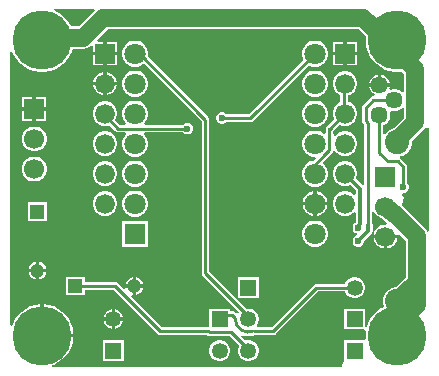
<source format=gtl>
G04*
G04 #@! TF.GenerationSoftware,Altium Limited,Altium Designer,25.8.1 (18)*
G04*
G04 Layer_Physical_Order=1*
G04 Layer_Color=255*
%FSLAX44Y44*%
%MOMM*%
G71*
G04*
G04 #@! TF.SameCoordinates,591AE639-5F93-457D-9E92-AC6843792E89*
G04*
G04*
G04 #@! TF.FilePolarity,Positive*
G04*
G01*
G75*
%ADD13C,0.2540*%
%ADD14C,1.7000*%
%ADD15R,1.7000X1.7000*%
%ADD19C,1.4500*%
%ADD23C,1.2000*%
%ADD27R,1.2000X1.2000*%
%ADD29R,1.2000X1.2000*%
%ADD31C,0.3048*%
%ADD32C,1.5000*%
%ADD33R,1.6800X1.6800*%
%ADD34C,1.6800*%
%ADD35C,1.8000*%
%ADD36C,1.3500*%
%ADD37C,5.0000*%
%ADD38C,2.0500*%
%ADD39R,1.3500X1.3500*%
%ADD40R,1.8000X1.8000*%
%ADD41C,0.6000*%
G36*
X71268Y302006D02*
X57790Y288528D01*
X51028D01*
X49763Y291011D01*
X47264Y294449D01*
X44259Y297454D01*
X40821Y299953D01*
X37034Y301882D01*
X36652Y302006D01*
X36894Y303530D01*
X70637D01*
X71268Y302006D01*
D02*
G37*
G36*
X300870Y280312D02*
X300660Y278985D01*
Y274735D01*
X301325Y270537D01*
X302638Y266496D01*
X304568Y262709D01*
X307066Y259271D01*
X310071Y256266D01*
X313509Y253768D01*
X317296Y251838D01*
X321338Y250525D01*
X325535Y249860D01*
X329785D01*
X331385Y250113D01*
X333336Y248162D01*
Y233081D01*
X331812Y232449D01*
X330800Y233462D01*
X328690Y234680D01*
X326338Y235310D01*
X323902D01*
X321939Y234784D01*
X321871Y234813D01*
X321026Y235543D01*
X320760Y235983D01*
X321095Y237236D01*
X312420D01*
X303745D01*
X304244Y235373D01*
X305399Y233373D01*
X307033Y231739D01*
X308455Y230918D01*
X308046Y229394D01*
X307340D01*
X306064Y229140D01*
X304982Y228417D01*
X298494Y221929D01*
X297772Y220848D01*
X297518Y219572D01*
Y208568D01*
X297772Y207292D01*
X298494Y206211D01*
X299673Y205032D01*
Y154541D01*
X299407Y154344D01*
X298149Y153972D01*
X292683Y159438D01*
X292901Y159816D01*
X293610Y162461D01*
Y165199D01*
X292901Y167844D01*
X291532Y170216D01*
X289596Y172152D01*
X287224Y173521D01*
X284579Y174230D01*
X281841D01*
X279196Y173521D01*
X276824Y172152D01*
X274888Y170216D01*
X273519Y167844D01*
X272810Y165199D01*
Y162461D01*
X273519Y159816D01*
X274888Y157444D01*
X276824Y155508D01*
X279196Y154139D01*
X281841Y153430D01*
X284579D01*
X287224Y154139D01*
X287602Y154357D01*
X292335Y149624D01*
Y146168D01*
X290811Y145537D01*
X289596Y146752D01*
X287224Y148121D01*
X284579Y148830D01*
X281841D01*
X279196Y148121D01*
X276824Y146752D01*
X274888Y144816D01*
X273519Y142444D01*
X272810Y139799D01*
Y137061D01*
X273519Y134416D01*
X274888Y132044D01*
X276824Y130108D01*
X279196Y128739D01*
X281841Y128030D01*
X284579D01*
X287224Y128739D01*
X289596Y130108D01*
X290811Y131323D01*
X292335Y130692D01*
Y122696D01*
X292216Y122518D01*
X291808Y122349D01*
X290401Y120942D01*
X289640Y119105D01*
Y117115D01*
X290401Y115278D01*
X291808Y113871D01*
X293645Y113110D01*
Y111680D01*
X291808Y110919D01*
X290401Y109512D01*
X289640Y107675D01*
Y105685D01*
X290401Y103848D01*
X291808Y102441D01*
X293645Y101680D01*
X295635D01*
X297472Y102441D01*
X298879Y103848D01*
X299640Y105685D01*
Y106599D01*
X305548Y112507D01*
X306327Y113672D01*
X306600Y115047D01*
Y120364D01*
X306341Y121666D01*
Y131315D01*
X306879Y131519D01*
X307866Y131578D01*
X309098Y129443D01*
X311053Y127488D01*
X313447Y126106D01*
X314578Y125803D01*
X317618Y122762D01*
X318562Y122038D01*
X318045Y120514D01*
X316180D01*
X313631Y119831D01*
X311345Y118511D01*
X309479Y116645D01*
X308159Y114359D01*
X307531Y112014D01*
X327976D01*
X328931Y112446D01*
X334588Y106789D01*
Y76079D01*
X326359Y67850D01*
X326047D01*
X322932Y67015D01*
X320138Y65402D01*
X317858Y63122D01*
X316245Y60328D01*
X315410Y57213D01*
Y53987D01*
X316178Y51122D01*
X313509Y49763D01*
X310071Y47264D01*
X307066Y44259D01*
X304568Y40821D01*
X302638Y37034D01*
X301654Y34006D01*
X300130Y34247D01*
Y49390D01*
X282630D01*
Y31890D01*
X299607D01*
X300963Y30711D01*
X300660Y28795D01*
Y24545D01*
X300748Y23988D01*
X299406Y22720D01*
X282630D01*
Y5220D01*
X281582Y4172D01*
X280670Y0D01*
X35353D01*
X35112Y1524D01*
X36852Y2089D01*
X40572Y3985D01*
X43949Y6439D01*
X46901Y9391D01*
X49355Y12768D01*
X51251Y16488D01*
X52541Y20459D01*
X53194Y24583D01*
Y25146D01*
X26670D01*
Y26670D01*
X25146D01*
Y53194D01*
X24583D01*
X20459Y52541D01*
X16488Y51251D01*
X12768Y49355D01*
X9391Y46901D01*
X6439Y43949D01*
X3985Y40572D01*
X2089Y36852D01*
X1524Y35112D01*
X0Y35353D01*
Y266636D01*
X1524Y266878D01*
X1648Y266496D01*
X3577Y262709D01*
X6076Y259271D01*
X9081Y256266D01*
X12519Y253768D01*
X16306Y251838D01*
X20347Y250525D01*
X24545Y249860D01*
X28795D01*
X32992Y250525D01*
X37034Y251838D01*
X40821Y253768D01*
X44259Y256266D01*
X47264Y259271D01*
X49763Y262709D01*
X51692Y266496D01*
X52624Y269364D01*
X61759D01*
X64239Y269691D01*
X66550Y270648D01*
X68534Y272171D01*
X68678Y272314D01*
X70086Y271731D01*
Y266954D01*
X78486D01*
Y275354D01*
X73709D01*
X73126Y276762D01*
X82682Y286318D01*
X294864D01*
X300870Y280312D01*
D02*
G37*
G36*
X333336Y219039D02*
Y211215D01*
X324440Y202319D01*
X322932Y201915D01*
X320138Y200302D01*
X317858Y198022D01*
X317278Y197018D01*
X315754Y197426D01*
Y204677D01*
X315990Y204740D01*
X318100Y205958D01*
X319822Y207680D01*
X321040Y209790D01*
X321670Y212142D01*
Y214578D01*
X321308Y215927D01*
X322553Y217172D01*
X323902Y216810D01*
X326338D01*
X328690Y217440D01*
X330800Y218658D01*
X331812Y219671D01*
X333336Y219039D01*
D02*
G37*
G36*
X354330Y115036D02*
X352865Y114592D01*
X352468Y115549D01*
X350946Y117533D01*
X332441Y136038D01*
X331470Y137160D01*
X333476Y143724D01*
X331208Y145992D01*
X331532Y146841D01*
X331956Y147400D01*
X333735D01*
X335572Y148161D01*
X336979Y149568D01*
X337740Y151405D01*
Y153395D01*
X336979Y155232D01*
X336074Y156137D01*
Y169157D01*
X335820Y170432D01*
X335098Y171514D01*
X330146Y176465D01*
X329675Y176780D01*
X329948Y178431D01*
X332388Y179085D01*
X335182Y180698D01*
X337462Y182978D01*
X339075Y185772D01*
X339910Y188887D01*
Y190687D01*
X349693Y200471D01*
X351216Y202455D01*
X354330D01*
Y115036D01*
D02*
G37*
%LPC*%
G36*
X293134Y275354D02*
X284734D01*
Y266954D01*
X293134D01*
Y275354D01*
D02*
G37*
G36*
X281686D02*
X273286D01*
Y266954D01*
X281686D01*
Y275354D01*
D02*
G37*
G36*
X89934D02*
X81534D01*
Y266954D01*
X89934D01*
Y275354D01*
D02*
G37*
G36*
X293134Y263906D02*
X284734D01*
Y255506D01*
X293134D01*
Y263906D01*
D02*
G37*
G36*
X281686D02*
X273286D01*
Y255506D01*
X281686D01*
Y263906D01*
D02*
G37*
G36*
X89934D02*
X81534D01*
Y255506D01*
X89934D01*
Y263906D01*
D02*
G37*
G36*
X78486D02*
X70086D01*
Y255506D01*
X78486D01*
Y263906D01*
D02*
G37*
G36*
X259258Y276430D02*
X256362D01*
X253564Y275680D01*
X251056Y274232D01*
X249008Y272184D01*
X247560Y269676D01*
X246810Y266878D01*
Y263982D01*
X247560Y261184D01*
X248032Y260367D01*
X201819Y214154D01*
X182807D01*
X181902Y215059D01*
X180065Y215820D01*
X178075D01*
X176238Y215059D01*
X174831Y213652D01*
X174070Y211815D01*
Y209825D01*
X174831Y207988D01*
X176238Y206581D01*
X178075Y205820D01*
X180065D01*
X181902Y206581D01*
X182807Y207486D01*
X203200D01*
X204476Y207740D01*
X205557Y208463D01*
X252747Y255652D01*
X253564Y255180D01*
X256362Y254430D01*
X259258D01*
X262056Y255180D01*
X264564Y256628D01*
X266612Y258676D01*
X268060Y261184D01*
X268810Y263982D01*
Y266878D01*
X268060Y269676D01*
X266612Y272184D01*
X264564Y274232D01*
X262056Y275680D01*
X259258Y276430D01*
D02*
G37*
G36*
X81534Y249896D02*
Y241554D01*
X89876D01*
X89258Y243860D01*
X87951Y246124D01*
X86103Y247971D01*
X83841Y249278D01*
X81534Y249896D01*
D02*
G37*
G36*
X78486D02*
X76179Y249278D01*
X73917Y247971D01*
X72069Y246124D01*
X70762Y243860D01*
X70144Y241554D01*
X78486D01*
Y249896D01*
D02*
G37*
G36*
X313944Y247435D02*
Y240284D01*
X321095D01*
X320596Y242147D01*
X319441Y244147D01*
X317807Y245781D01*
X315807Y246936D01*
X313944Y247435D01*
D02*
G37*
G36*
X310896D02*
X309033Y246936D01*
X307033Y245781D01*
X305399Y244147D01*
X304244Y242147D01*
X303745Y240284D01*
X310896D01*
Y247435D01*
D02*
G37*
G36*
X89876Y238506D02*
X81534D01*
Y230164D01*
X83841Y230782D01*
X86103Y232089D01*
X87951Y233937D01*
X89258Y236199D01*
X89876Y238506D01*
D02*
G37*
G36*
X78486D02*
X70144D01*
X70762Y236199D01*
X72069Y233937D01*
X73917Y232089D01*
X76179Y230782D01*
X78486Y230164D01*
Y238506D01*
D02*
G37*
G36*
X259258Y251030D02*
X256362D01*
X253564Y250280D01*
X251056Y248832D01*
X249008Y246784D01*
X247560Y244276D01*
X246810Y241478D01*
Y238582D01*
X247560Y235784D01*
X249008Y233276D01*
X251056Y231228D01*
X253564Y229780D01*
X256362Y229030D01*
X259258D01*
X262056Y229780D01*
X264564Y231228D01*
X266612Y233276D01*
X268060Y235784D01*
X268810Y238582D01*
Y241478D01*
X268060Y244276D01*
X266612Y246784D01*
X264564Y248832D01*
X262056Y250280D01*
X259258Y251030D01*
D02*
G37*
G36*
X106858D02*
X103962D01*
X101164Y250280D01*
X98656Y248832D01*
X96608Y246784D01*
X95160Y244276D01*
X94410Y241478D01*
Y238582D01*
X95160Y235784D01*
X96608Y233276D01*
X98656Y231228D01*
X101164Y229780D01*
X103962Y229030D01*
X106858D01*
X109656Y229780D01*
X112164Y231228D01*
X114212Y233276D01*
X115660Y235784D01*
X116410Y238582D01*
Y241478D01*
X115660Y244276D01*
X114212Y246784D01*
X112164Y248832D01*
X109656Y250280D01*
X106858Y251030D01*
D02*
G37*
G36*
X30174Y228664D02*
X21674D01*
Y220164D01*
X30174D01*
Y228664D01*
D02*
G37*
G36*
X18626D02*
X10126D01*
Y220164D01*
X18626D01*
Y228664D01*
D02*
G37*
G36*
X30174Y217116D02*
X21674D01*
Y208616D01*
X30174D01*
Y217116D01*
D02*
G37*
G36*
X18626D02*
X10126D01*
Y208616D01*
X18626D01*
Y217116D01*
D02*
G37*
G36*
X106858Y225630D02*
X103962D01*
X101164Y224880D01*
X98656Y223432D01*
X96608Y221384D01*
X95160Y218876D01*
X94410Y216078D01*
Y213182D01*
X95160Y210384D01*
X96608Y207876D01*
X97696Y206788D01*
X97064Y205264D01*
X92521D01*
X88774Y209011D01*
X89701Y210616D01*
X90410Y213261D01*
Y215999D01*
X89701Y218644D01*
X88332Y221016D01*
X86396Y222952D01*
X84024Y224321D01*
X81379Y225030D01*
X78641D01*
X75996Y224321D01*
X73624Y222952D01*
X71688Y221016D01*
X70319Y218644D01*
X69610Y215999D01*
Y213261D01*
X70319Y210616D01*
X71688Y208244D01*
X73624Y206308D01*
X75996Y204939D01*
X78641Y204230D01*
X81379D01*
X83545Y204810D01*
X88783Y199573D01*
X89864Y198850D01*
X91140Y198596D01*
X97064D01*
X97696Y197072D01*
X96608Y195984D01*
X95160Y193476D01*
X94410Y190678D01*
Y187782D01*
X95160Y184984D01*
X96608Y182476D01*
X98656Y180428D01*
X101164Y178980D01*
X103962Y178230D01*
X106858D01*
X109656Y178980D01*
X112164Y180428D01*
X114212Y182476D01*
X115660Y184984D01*
X116410Y187782D01*
Y190678D01*
X115660Y193476D01*
X114212Y195984D01*
X113124Y197072D01*
X113756Y198596D01*
X146123D01*
X147028Y197691D01*
X148865Y196930D01*
X150855D01*
X152692Y197691D01*
X154099Y199098D01*
X154860Y200935D01*
Y202925D01*
X154099Y204762D01*
X152692Y206169D01*
X150855Y206930D01*
X148865D01*
X147028Y206169D01*
X146123Y205264D01*
X113756D01*
X113124Y206788D01*
X114212Y207876D01*
X115660Y210384D01*
X116410Y213182D01*
Y216078D01*
X115660Y218876D01*
X114212Y221384D01*
X112164Y223432D01*
X109656Y224880D01*
X106858Y225630D01*
D02*
G37*
G36*
X284579Y250430D02*
X281841D01*
X279196Y249721D01*
X276824Y248352D01*
X274888Y246416D01*
X273519Y244044D01*
X272810Y241399D01*
Y238661D01*
X273519Y236016D01*
X274888Y233644D01*
X276824Y231708D01*
X279066Y230414D01*
Y224246D01*
X276824Y222952D01*
X274888Y221016D01*
X273519Y218644D01*
X272810Y215999D01*
Y213261D01*
X273519Y210616D01*
X273853Y210038D01*
X267809Y203994D01*
X267809Y203994D01*
X267190Y203067D01*
X267086Y202912D01*
X266842Y201684D01*
Y201684D01*
X266832Y201636D01*
X266840Y201597D01*
X266813Y200163D01*
X266769Y198832D01*
X266798Y197953D01*
X265295Y197302D01*
X264564Y198032D01*
X262056Y199480D01*
X259258Y200230D01*
X256362D01*
X253564Y199480D01*
X251056Y198032D01*
X249008Y195984D01*
X247560Y193476D01*
X246810Y190678D01*
Y187782D01*
X247560Y184984D01*
X249008Y182476D01*
X251056Y180428D01*
X253564Y178980D01*
X256362Y178230D01*
X257695D01*
X258326Y176706D01*
X256450Y174830D01*
X256362D01*
X253564Y174080D01*
X251056Y172632D01*
X249008Y170584D01*
X247560Y168076D01*
X246810Y165278D01*
Y162382D01*
X247560Y159584D01*
X249008Y157076D01*
X251056Y155028D01*
X253564Y153580D01*
X256362Y152830D01*
X259258D01*
X262056Y153580D01*
X264564Y155028D01*
X266612Y157076D01*
X268060Y159584D01*
X268810Y162382D01*
Y165278D01*
X268060Y168076D01*
X266612Y170584D01*
X264564Y172632D01*
X264461Y173412D01*
X267848Y176798D01*
X267997Y176947D01*
X268103Y177051D01*
X269055Y177985D01*
X269058Y177989D01*
X269049Y177997D01*
X270032Y178980D01*
X272406Y181356D01*
X272765Y181894D01*
X273128Y182437D01*
X273128Y182437D01*
X273128Y182438D01*
X273188Y182740D01*
X274001Y183037D01*
X274832Y182942D01*
X274888Y182844D01*
X276824Y180908D01*
X279196Y179539D01*
X281841Y178830D01*
X284579D01*
X287224Y179539D01*
X289596Y180908D01*
X291532Y182844D01*
X292901Y185216D01*
X293610Y187861D01*
Y190599D01*
X292901Y193244D01*
X291532Y195616D01*
X289596Y197552D01*
X287224Y198921D01*
X284579Y199630D01*
X281841D01*
X279196Y198921D01*
X276824Y197552D01*
X275054Y195782D01*
X273522Y195996D01*
X273420Y198832D01*
X273470Y200225D01*
X278554Y205309D01*
X279196Y204939D01*
X281841Y204230D01*
X284579D01*
X287224Y204939D01*
X289596Y206308D01*
X291532Y208244D01*
X292901Y210616D01*
X293610Y213261D01*
Y215999D01*
X292901Y218644D01*
X291532Y221016D01*
X289596Y222952D01*
X287224Y224321D01*
X285734Y224720D01*
Y229939D01*
X287224Y230339D01*
X289596Y231708D01*
X291532Y233644D01*
X292901Y236016D01*
X293610Y238661D01*
Y241399D01*
X292901Y244044D01*
X291532Y246416D01*
X289596Y248352D01*
X287224Y249721D01*
X284579Y250430D01*
D02*
G37*
G36*
X259258Y225630D02*
X256362D01*
X253564Y224880D01*
X251056Y223432D01*
X249008Y221384D01*
X247560Y218876D01*
X246810Y216078D01*
Y213182D01*
X247560Y210384D01*
X249008Y207876D01*
X251056Y205828D01*
X253564Y204380D01*
X256362Y203630D01*
X259258D01*
X262056Y204380D01*
X264564Y205828D01*
X266612Y207876D01*
X268060Y210384D01*
X268810Y213182D01*
Y216078D01*
X268060Y218876D01*
X266612Y221384D01*
X264564Y223432D01*
X262056Y224880D01*
X259258Y225630D01*
D02*
G37*
G36*
X21532Y203640D02*
X18768D01*
X16097Y202924D01*
X13703Y201542D01*
X11748Y199587D01*
X10366Y197193D01*
X9650Y194522D01*
Y191758D01*
X10366Y189087D01*
X11748Y186693D01*
X13703Y184738D01*
X16097Y183356D01*
X18768Y182640D01*
X21532D01*
X24203Y183356D01*
X26597Y184738D01*
X28552Y186693D01*
X29934Y189087D01*
X30650Y191758D01*
Y194522D01*
X29934Y197193D01*
X28552Y199587D01*
X26597Y201542D01*
X24203Y202924D01*
X21532Y203640D01*
D02*
G37*
G36*
X81379Y199630D02*
X78641D01*
X75996Y198921D01*
X73624Y197552D01*
X71688Y195616D01*
X70319Y193244D01*
X69610Y190599D01*
Y187861D01*
X70319Y185216D01*
X71688Y182844D01*
X73624Y180908D01*
X75996Y179539D01*
X78641Y178830D01*
X81379D01*
X84024Y179539D01*
X86396Y180908D01*
X88332Y182844D01*
X89701Y185216D01*
X90410Y187861D01*
Y190599D01*
X89701Y193244D01*
X88332Y195616D01*
X86396Y197552D01*
X84024Y198921D01*
X81379Y199630D01*
D02*
G37*
G36*
X21532Y178140D02*
X18768D01*
X16097Y177424D01*
X13703Y176042D01*
X11748Y174087D01*
X10366Y171693D01*
X9650Y169022D01*
Y166258D01*
X10366Y163587D01*
X11748Y161193D01*
X13703Y159238D01*
X16097Y157856D01*
X18768Y157140D01*
X21532D01*
X24203Y157856D01*
X26597Y159238D01*
X28552Y161193D01*
X29934Y163587D01*
X30650Y166258D01*
Y169022D01*
X29934Y171693D01*
X28552Y174087D01*
X26597Y176042D01*
X24203Y177424D01*
X21532Y178140D01*
D02*
G37*
G36*
X81379Y174230D02*
X78641D01*
X75996Y173521D01*
X73624Y172152D01*
X71688Y170216D01*
X70319Y167844D01*
X69610Y165199D01*
Y162461D01*
X70319Y159816D01*
X71688Y157444D01*
X73624Y155508D01*
X75996Y154139D01*
X78641Y153430D01*
X81379D01*
X84024Y154139D01*
X86396Y155508D01*
X88332Y157444D01*
X89701Y159816D01*
X90410Y162461D01*
Y165199D01*
X89701Y167844D01*
X88332Y170216D01*
X86396Y172152D01*
X84024Y173521D01*
X81379Y174230D01*
D02*
G37*
G36*
X106858Y174830D02*
X103962D01*
X101164Y174080D01*
X98656Y172632D01*
X96608Y170584D01*
X95160Y168076D01*
X94410Y165278D01*
Y162382D01*
X95160Y159584D01*
X96608Y157076D01*
X98656Y155028D01*
X101164Y153580D01*
X103962Y152830D01*
X106858D01*
X109656Y153580D01*
X112164Y155028D01*
X114212Y157076D01*
X115660Y159584D01*
X116410Y162382D01*
Y165278D01*
X115660Y168076D01*
X114212Y170584D01*
X112164Y172632D01*
X109656Y174080D01*
X106858Y174830D01*
D02*
G37*
G36*
X259334Y148917D02*
Y139954D01*
X268297D01*
X267617Y142492D01*
X266231Y144892D01*
X264272Y146851D01*
X261872Y148237D01*
X259334Y148917D01*
D02*
G37*
G36*
X256286D02*
X253748Y148237D01*
X251348Y146851D01*
X249389Y144892D01*
X248003Y142492D01*
X247323Y139954D01*
X256286D01*
Y148917D01*
D02*
G37*
G36*
X81379Y148830D02*
X78641D01*
X75996Y148121D01*
X73624Y146752D01*
X71688Y144816D01*
X70319Y142444D01*
X69610Y139799D01*
Y137061D01*
X70319Y134416D01*
X71688Y132044D01*
X73624Y130108D01*
X75996Y128739D01*
X78641Y128030D01*
X81379D01*
X84024Y128739D01*
X86396Y130108D01*
X88332Y132044D01*
X89701Y134416D01*
X90410Y137061D01*
Y139799D01*
X89701Y142444D01*
X88332Y144816D01*
X86396Y146752D01*
X84024Y148121D01*
X81379Y148830D01*
D02*
G37*
G36*
X268297Y136906D02*
X259334D01*
Y127943D01*
X261872Y128623D01*
X264272Y130009D01*
X266231Y131968D01*
X267617Y134368D01*
X268297Y136906D01*
D02*
G37*
G36*
X256286D02*
X247323D01*
X248003Y134368D01*
X249389Y131968D01*
X251348Y130009D01*
X253748Y128623D01*
X256286Y127943D01*
Y136906D01*
D02*
G37*
G36*
X106858Y149430D02*
X103962D01*
X101164Y148680D01*
X98656Y147232D01*
X96608Y145184D01*
X95160Y142676D01*
X94410Y139878D01*
Y136982D01*
X95160Y134184D01*
X96608Y131676D01*
X98656Y129628D01*
X101164Y128180D01*
X103962Y127430D01*
X106858D01*
X109656Y128180D01*
X112164Y129628D01*
X114212Y131676D01*
X115660Y134184D01*
X116410Y136982D01*
Y139878D01*
X115660Y142676D01*
X114212Y145184D01*
X112164Y147232D01*
X109656Y148680D01*
X106858Y149430D01*
D02*
G37*
G36*
X30860Y139680D02*
X14860D01*
Y123680D01*
X30860D01*
Y139680D01*
D02*
G37*
G36*
X259258Y124030D02*
X256362D01*
X253564Y123280D01*
X251056Y121832D01*
X249008Y119784D01*
X247560Y117276D01*
X246810Y114478D01*
Y111582D01*
X247560Y108784D01*
X249008Y106276D01*
X251056Y104228D01*
X253564Y102780D01*
X256362Y102030D01*
X259258D01*
X262056Y102780D01*
X264564Y104228D01*
X266612Y106276D01*
X268060Y108784D01*
X268810Y111582D01*
Y114478D01*
X268060Y117276D01*
X266612Y119784D01*
X264564Y121832D01*
X262056Y123280D01*
X259258Y124030D01*
D02*
G37*
G36*
X116410D02*
X94410D01*
Y102030D01*
X116410D01*
Y124030D01*
D02*
G37*
G36*
X327469Y108966D02*
X319024D01*
Y100521D01*
X321369Y101149D01*
X323655Y102469D01*
X325521Y104335D01*
X326841Y106621D01*
X327469Y108966D01*
D02*
G37*
G36*
X315976D02*
X307531D01*
X308159Y106621D01*
X309479Y104335D01*
X311345Y102469D01*
X313631Y101149D01*
X315976Y100521D01*
Y108966D01*
D02*
G37*
G36*
X24384Y89061D02*
Y83204D01*
X30241D01*
X29871Y84584D01*
X28881Y86300D01*
X27480Y87701D01*
X25764Y88691D01*
X24384Y89061D01*
D02*
G37*
G36*
X21336D02*
X19956Y88691D01*
X18240Y87701D01*
X16839Y86300D01*
X15849Y84584D01*
X15479Y83204D01*
X21336D01*
Y89061D01*
D02*
G37*
G36*
X30241Y80156D02*
X24384D01*
Y74299D01*
X25764Y74669D01*
X27480Y75659D01*
X28881Y77060D01*
X29871Y78776D01*
X30241Y80156D01*
D02*
G37*
G36*
X21336D02*
X15479D01*
X15849Y78776D01*
X16839Y77060D01*
X18240Y75659D01*
X19956Y74669D01*
X21336Y74299D01*
Y80156D01*
D02*
G37*
G36*
X106534Y75961D02*
Y70104D01*
X112391D01*
X112021Y71484D01*
X111031Y73200D01*
X109630Y74601D01*
X107914Y75591D01*
X106534Y75961D01*
D02*
G37*
G36*
X103486D02*
X102106Y75591D01*
X100390Y74601D01*
X98989Y73200D01*
X97999Y71484D01*
X97629Y70104D01*
X103486D01*
Y75961D01*
D02*
G37*
G36*
X112391Y67056D02*
X106534D01*
Y61199D01*
X107914Y61569D01*
X109630Y62559D01*
X111031Y63960D01*
X112021Y65676D01*
X112391Y67056D01*
D02*
G37*
G36*
X106858Y276430D02*
X103962D01*
X101164Y275680D01*
X98656Y274232D01*
X96608Y272184D01*
X95160Y269676D01*
X94410Y266878D01*
Y263982D01*
X95160Y261184D01*
X96608Y258676D01*
X98656Y256628D01*
X101164Y255180D01*
X103962Y254430D01*
X106858D01*
X109656Y255180D01*
X112164Y256628D01*
X112736Y257199D01*
X161766Y208169D01*
Y79460D01*
X162020Y78184D01*
X162743Y77102D01*
X193321Y46524D01*
X193072Y45826D01*
X191329Y45476D01*
X189998Y46807D01*
X189998Y46807D01*
X188916Y47530D01*
X187640Y47784D01*
X185830D01*
Y49390D01*
X168330D01*
Y34386D01*
X167633Y33814D01*
X128381D01*
X102240Y59955D01*
X103029Y61321D01*
X103486Y61199D01*
Y67056D01*
X97629D01*
X97751Y66599D01*
X96385Y65810D01*
X91257Y70938D01*
X90176Y71660D01*
X88900Y71914D01*
X63010D01*
Y76580D01*
X47010D01*
Y60580D01*
X63010D01*
Y65246D01*
X87519D01*
X124642Y28122D01*
X125724Y27400D01*
X127000Y27146D01*
X166287D01*
X167266Y26492D01*
X168541Y26238D01*
X185667D01*
X193714Y18191D01*
X193226Y17347D01*
X192630Y15122D01*
Y12818D01*
X193226Y10593D01*
X194378Y8597D01*
X196007Y6968D01*
X198003Y5816D01*
X200228Y5220D01*
X202532D01*
X204757Y5816D01*
X206753Y6968D01*
X208382Y8597D01*
X209534Y10593D01*
X210130Y12818D01*
Y15122D01*
X209534Y17347D01*
X208382Y19343D01*
X206753Y20972D01*
X204757Y22124D01*
X202532Y22720D01*
X200228D01*
X198956Y22379D01*
X195378Y25957D01*
X196241Y27249D01*
X197637Y26671D01*
X201380Y26178D01*
X205123Y26671D01*
X206607Y27286D01*
X221338D01*
X222390Y27286D01*
X223666Y27540D01*
X224748Y28263D01*
X260461Y63976D01*
X283215D01*
X283226Y63933D01*
X284378Y61937D01*
X286007Y60308D01*
X288003Y59156D01*
X290228Y58560D01*
X292532D01*
X294757Y59156D01*
X296753Y60308D01*
X298382Y61937D01*
X299534Y63933D01*
X300130Y66158D01*
Y68462D01*
X299534Y70687D01*
X298382Y72683D01*
X296753Y74312D01*
X294757Y75464D01*
X292532Y76060D01*
X290228D01*
X288003Y75464D01*
X286007Y74312D01*
X284378Y72683D01*
X283226Y70687D01*
X283215Y70644D01*
X259080D01*
X257804Y70390D01*
X256723Y69668D01*
X221009Y33954D01*
X208983D01*
X208503Y35478D01*
X209534Y37263D01*
X210130Y39488D01*
Y41792D01*
X209534Y44017D01*
X208382Y46013D01*
X206753Y47642D01*
X204757Y48794D01*
X202532Y49390D01*
X200228D01*
X199958Y49317D01*
X191963Y57312D01*
X192870Y58560D01*
X194055Y58560D01*
X210130D01*
Y76060D01*
X192630D01*
Y60064D01*
X192630Y58800D01*
X191382Y57893D01*
X168434Y80841D01*
Y209550D01*
X168180Y210826D01*
X167458Y211908D01*
X116193Y263172D01*
X116410Y263982D01*
Y266878D01*
X115660Y269676D01*
X114212Y272184D01*
X112164Y274232D01*
X109656Y275680D01*
X106858Y276430D01*
D02*
G37*
G36*
X88604Y48797D02*
Y42164D01*
X95238D01*
X94790Y43834D01*
X93701Y45720D01*
X92160Y47261D01*
X90274Y48350D01*
X88604Y48797D01*
D02*
G37*
G36*
X85556D02*
X83886Y48350D01*
X82000Y47261D01*
X80459Y45720D01*
X79370Y43834D01*
X78923Y42164D01*
X85556D01*
Y48797D01*
D02*
G37*
G36*
X95238Y39116D02*
X88604D01*
Y32483D01*
X90274Y32930D01*
X92160Y34019D01*
X93701Y35560D01*
X94790Y37446D01*
X95238Y39116D01*
D02*
G37*
G36*
X85556D02*
X78923D01*
X79370Y37446D01*
X80459Y35560D01*
X82000Y34019D01*
X83886Y32930D01*
X85556Y32483D01*
Y39116D01*
D02*
G37*
G36*
X28758Y53194D02*
X28194D01*
Y28194D01*
X53194D01*
Y28758D01*
X52541Y32881D01*
X51251Y36852D01*
X49355Y40572D01*
X46901Y43949D01*
X43949Y46901D01*
X40572Y49355D01*
X36852Y51251D01*
X32881Y52541D01*
X28758Y53194D01*
D02*
G37*
G36*
X178232Y22720D02*
X175928D01*
X173703Y22124D01*
X171707Y20972D01*
X170078Y19343D01*
X168926Y17347D01*
X168330Y15122D01*
Y12818D01*
X168926Y10593D01*
X170078Y8597D01*
X171707Y6968D01*
X173703Y5816D01*
X175928Y5220D01*
X178232D01*
X180457Y5816D01*
X182453Y6968D01*
X184082Y8597D01*
X185234Y10593D01*
X185830Y12818D01*
Y15122D01*
X185234Y17347D01*
X184082Y19343D01*
X182453Y20972D01*
X180457Y22124D01*
X178232Y22720D01*
D02*
G37*
G36*
X95830D02*
X78330D01*
Y5220D01*
X95830D01*
Y22720D01*
D02*
G37*
%LPD*%
D13*
X190312Y40640D02*
G03*
X206081Y30620I11068J0D01*
G01*
X270166Y201636D02*
G03*
X270457Y187796I196052J-2804D01*
G01*
X270047Y183713D02*
G03*
X270457Y187796I-24919J4561D01*
G01*
X266556Y180221D02*
G03*
X266691Y180354I-8746J9009D01*
G01*
X300852Y219572D02*
X307340Y226060D01*
X303007Y120364D02*
Y206413D01*
X300852Y208568D02*
X303007Y206413D01*
X300852Y208568D02*
Y219572D01*
X332740Y152400D02*
Y169157D01*
X327789Y174108D02*
X332740Y169157D01*
X79200Y213870D02*
X91140Y201930D01*
X149860D01*
X259080Y67310D02*
X291380D01*
X177080Y44450D02*
X187640D01*
X206081Y30620D02*
X221338D01*
X222390Y30620D01*
X190312Y40640D02*
Y41778D01*
X187640Y44450D02*
X190312Y41778D01*
X222390Y30620D02*
X259080Y67310D01*
X165100Y79460D02*
X201380Y43180D01*
X107950Y266700D02*
X165100Y209550D01*
Y79460D02*
Y209550D01*
X105410Y266700D02*
X107950D01*
X319922Y174108D02*
X327789D01*
X312420Y181610D02*
X319922Y174108D01*
X179070Y210820D02*
X203200D01*
X257810Y265430D01*
X88900Y68580D02*
X127000Y30480D01*
X55010Y68580D02*
X88900D01*
X187048Y29572D02*
X201380Y15240D01*
X127000Y30480D02*
X167633D01*
X168541Y29572D01*
X187048D01*
X307340Y226060D02*
X325120D01*
X312420Y181610D02*
Y213360D01*
X270166Y201636D02*
X282400Y213870D01*
Y239270D01*
X266691Y180354D02*
X270047Y183713D01*
X257810Y171475D02*
X266556Y180221D01*
X257810Y163052D02*
Y171475D01*
D14*
X317500Y110490D02*
D03*
Y135890D02*
D03*
X20150Y193140D02*
D03*
Y167640D02*
D03*
D15*
X317500Y161290D02*
D03*
X20150Y218640D02*
D03*
D19*
X312420Y238760D02*
D03*
Y213360D02*
D03*
X325120Y226060D02*
D03*
D23*
X105010Y68580D02*
D03*
X22860Y81680D02*
D03*
D27*
X55010Y68580D02*
D03*
D29*
X22860Y131680D02*
D03*
D31*
X303007Y115047D02*
Y120364D01*
X294640Y106680D02*
X303007Y115047D01*
X295928Y121371D02*
Y151112D01*
X295205Y118675D02*
Y120648D01*
X295928Y121371D01*
X294640Y118110D02*
X295205Y118675D01*
X283210Y163830D02*
X295928Y151112D01*
D32*
X327660Y267389D02*
Y276860D01*
Y267389D02*
X342918Y252131D01*
Y207246D02*
Y252131D01*
X327660Y191988D02*
X342918Y207246D01*
X327660Y190500D02*
Y191988D01*
X344170Y72110D02*
Y110758D01*
X327660Y55600D02*
X344170Y72110D01*
Y52651D02*
Y72110D01*
X327660Y36141D02*
X344170Y52651D01*
X327660Y26670D02*
Y36141D01*
X326390Y29210D02*
Y55880D01*
X317500Y135890D02*
X318041D01*
X324393Y129538D01*
X325390D01*
X344170Y110758D01*
X311176Y283557D02*
X318423D01*
X298833Y295900D02*
X311176Y283557D01*
X318423D02*
X325120Y276860D01*
X78713Y295900D02*
X298833D01*
X35106Y278946D02*
X61759D01*
X78713Y295900D01*
X32842Y276682D02*
X35106Y278946D01*
D33*
X80010Y265430D02*
D03*
X283210D02*
D03*
D34*
X80010Y240030D02*
D03*
Y214630D02*
D03*
Y189230D02*
D03*
Y163830D02*
D03*
Y138430D02*
D03*
X283210Y240030D02*
D03*
Y214630D02*
D03*
Y189230D02*
D03*
Y163830D02*
D03*
Y138430D02*
D03*
D35*
X257810D02*
D03*
X105410D02*
D03*
Y163830D02*
D03*
Y189230D02*
D03*
Y214630D02*
D03*
Y240030D02*
D03*
Y265430D02*
D03*
X257810D02*
D03*
Y240030D02*
D03*
Y214630D02*
D03*
Y189230D02*
D03*
Y163830D02*
D03*
Y113030D02*
D03*
D36*
X87080Y40640D02*
D03*
X201380D02*
D03*
Y13970D02*
D03*
X291380Y67310D02*
D03*
X177080Y13970D02*
D03*
D37*
X26670Y26670D02*
D03*
X327660D02*
D03*
Y276860D02*
D03*
X26670D02*
D03*
D38*
X327660Y55600D02*
D03*
Y190500D02*
D03*
D39*
X201380Y67310D02*
D03*
X291380Y13970D02*
D03*
X87080D02*
D03*
X291380Y40640D02*
D03*
X177080D02*
D03*
D40*
X105410Y113030D02*
D03*
D41*
X345000Y180000D02*
D03*
X340000Y170000D02*
D03*
X345000Y160000D02*
D03*
Y140000D02*
D03*
X330000Y90000D02*
D03*
X325000Y240000D02*
D03*
X320000Y90000D02*
D03*
X325000Y80000D02*
D03*
X320000Y70000D02*
D03*
X310000Y90000D02*
D03*
X315000Y80000D02*
D03*
X310000Y70000D02*
D03*
X300000Y250000D02*
D03*
Y230000D02*
D03*
X305000Y60000D02*
D03*
X295000Y280000D02*
D03*
Y200000D02*
D03*
Y180000D02*
D03*
X290000Y90000D02*
D03*
X295000Y80000D02*
D03*
X285000Y280000D02*
D03*
Y80000D02*
D03*
X275000Y280000D02*
D03*
X270000Y250000D02*
D03*
Y230000D02*
D03*
Y130000D02*
D03*
X275000Y120000D02*
D03*
Y60000D02*
D03*
X270000Y50000D02*
D03*
Y10000D02*
D03*
X265000Y280000D02*
D03*
Y60000D02*
D03*
X260000Y10000D02*
D03*
X255000Y280000D02*
D03*
X250000Y30000D02*
D03*
X255000Y20000D02*
D03*
X250000Y10000D02*
D03*
X245000Y280000D02*
D03*
X240000Y270000D02*
D03*
Y210000D02*
D03*
Y190000D02*
D03*
X245000Y180000D02*
D03*
X240000Y170000D02*
D03*
Y130000D02*
D03*
X245000Y120000D02*
D03*
X240000Y110000D02*
D03*
X245000Y100000D02*
D03*
X240000Y90000D02*
D03*
Y30000D02*
D03*
X245000Y20000D02*
D03*
X240000Y10000D02*
D03*
X235000Y280000D02*
D03*
X230000Y270000D02*
D03*
X235000Y260000D02*
D03*
X230000Y250000D02*
D03*
Y210000D02*
D03*
Y190000D02*
D03*
X235000Y180000D02*
D03*
X230000Y170000D02*
D03*
X235000Y160000D02*
D03*
X230000Y150000D02*
D03*
X235000Y120000D02*
D03*
X230000Y110000D02*
D03*
X235000Y100000D02*
D03*
X230000Y90000D02*
D03*
X235000Y80000D02*
D03*
Y60000D02*
D03*
X230000Y50000D02*
D03*
X235000Y20000D02*
D03*
X230000Y10000D02*
D03*
X225000Y280000D02*
D03*
X220000Y270000D02*
D03*
X225000Y260000D02*
D03*
X220000Y250000D02*
D03*
Y210000D02*
D03*
Y190000D02*
D03*
X225000Y180000D02*
D03*
X220000Y170000D02*
D03*
X225000Y160000D02*
D03*
X220000Y150000D02*
D03*
X225000Y120000D02*
D03*
X220000Y110000D02*
D03*
X225000Y100000D02*
D03*
X220000Y90000D02*
D03*
X225000Y80000D02*
D03*
Y60000D02*
D03*
X220000Y50000D02*
D03*
X225000Y20000D02*
D03*
X220000Y10000D02*
D03*
X215000Y280000D02*
D03*
X210000Y270000D02*
D03*
X215000Y260000D02*
D03*
X210000Y250000D02*
D03*
X215000Y240000D02*
D03*
X210000Y230000D02*
D03*
Y190000D02*
D03*
X215000Y180000D02*
D03*
X210000Y170000D02*
D03*
X215000Y160000D02*
D03*
X210000Y150000D02*
D03*
X215000Y140000D02*
D03*
X210000Y130000D02*
D03*
X215000Y100000D02*
D03*
X210000Y90000D02*
D03*
X215000Y80000D02*
D03*
Y60000D02*
D03*
X210000Y50000D02*
D03*
X215000Y40000D02*
D03*
Y20000D02*
D03*
X205000Y280000D02*
D03*
X200000Y270000D02*
D03*
X205000Y260000D02*
D03*
X200000Y250000D02*
D03*
X205000Y240000D02*
D03*
X200000Y230000D02*
D03*
Y190000D02*
D03*
X205000Y180000D02*
D03*
X200000Y170000D02*
D03*
X205000Y160000D02*
D03*
X200000Y150000D02*
D03*
X205000Y140000D02*
D03*
X200000Y130000D02*
D03*
X205000Y100000D02*
D03*
X200000Y90000D02*
D03*
X205000Y80000D02*
D03*
X195000Y280000D02*
D03*
X190000Y270000D02*
D03*
X195000Y260000D02*
D03*
X190000Y250000D02*
D03*
X195000Y240000D02*
D03*
X190000Y230000D02*
D03*
Y190000D02*
D03*
X195000Y180000D02*
D03*
X190000Y170000D02*
D03*
X195000Y160000D02*
D03*
X190000Y150000D02*
D03*
X195000Y140000D02*
D03*
X190000Y130000D02*
D03*
X195000Y120000D02*
D03*
X190000Y110000D02*
D03*
X195000Y80000D02*
D03*
X190000Y10000D02*
D03*
X185000Y280000D02*
D03*
X180000Y270000D02*
D03*
X185000Y260000D02*
D03*
X180000Y250000D02*
D03*
X185000Y240000D02*
D03*
X180000Y230000D02*
D03*
Y190000D02*
D03*
X185000Y180000D02*
D03*
X180000Y170000D02*
D03*
X185000Y160000D02*
D03*
X180000Y150000D02*
D03*
X185000Y140000D02*
D03*
X180000Y130000D02*
D03*
X185000Y120000D02*
D03*
X180000Y110000D02*
D03*
Y90000D02*
D03*
X175000Y280000D02*
D03*
X170000Y270000D02*
D03*
X175000Y260000D02*
D03*
X170000Y250000D02*
D03*
X175000Y240000D02*
D03*
X170000Y230000D02*
D03*
X175000Y180000D02*
D03*
Y160000D02*
D03*
Y140000D02*
D03*
Y120000D02*
D03*
Y100000D02*
D03*
Y80000D02*
D03*
Y60000D02*
D03*
X165000Y280000D02*
D03*
X160000Y270000D02*
D03*
X165000Y260000D02*
D03*
X160000Y250000D02*
D03*
X165000Y240000D02*
D03*
X160000Y230000D02*
D03*
Y70000D02*
D03*
X165000Y60000D02*
D03*
X160000Y50000D02*
D03*
X165000Y40000D02*
D03*
Y20000D02*
D03*
X160000Y10000D02*
D03*
X155000Y280000D02*
D03*
X150000Y270000D02*
D03*
X155000Y260000D02*
D03*
X150000Y250000D02*
D03*
X155000Y240000D02*
D03*
X150000Y190000D02*
D03*
X155000Y180000D02*
D03*
X150000Y170000D02*
D03*
X155000Y160000D02*
D03*
X150000Y150000D02*
D03*
X155000Y140000D02*
D03*
X150000Y130000D02*
D03*
X155000Y120000D02*
D03*
X150000Y110000D02*
D03*
X155000Y100000D02*
D03*
X150000Y90000D02*
D03*
X155000Y80000D02*
D03*
X150000Y70000D02*
D03*
X155000Y60000D02*
D03*
X150000Y50000D02*
D03*
X155000Y40000D02*
D03*
Y20000D02*
D03*
X150000Y10000D02*
D03*
X145000Y280000D02*
D03*
X140000Y270000D02*
D03*
X145000Y260000D02*
D03*
X140000Y250000D02*
D03*
X145000Y240000D02*
D03*
Y180000D02*
D03*
X140000Y170000D02*
D03*
X145000Y160000D02*
D03*
X140000Y150000D02*
D03*
X145000Y140000D02*
D03*
X140000Y130000D02*
D03*
X145000Y120000D02*
D03*
X140000Y110000D02*
D03*
X145000Y100000D02*
D03*
X140000Y90000D02*
D03*
X145000Y80000D02*
D03*
X140000Y70000D02*
D03*
X145000Y60000D02*
D03*
X140000Y50000D02*
D03*
X145000Y40000D02*
D03*
Y20000D02*
D03*
X140000Y10000D02*
D03*
X135000Y280000D02*
D03*
X130000Y270000D02*
D03*
X135000Y260000D02*
D03*
X130000Y230000D02*
D03*
Y170000D02*
D03*
X135000Y160000D02*
D03*
X130000Y150000D02*
D03*
X135000Y140000D02*
D03*
X130000Y130000D02*
D03*
X135000Y120000D02*
D03*
X130000Y110000D02*
D03*
X135000Y100000D02*
D03*
X130000Y90000D02*
D03*
X135000Y80000D02*
D03*
X130000Y70000D02*
D03*
X135000Y60000D02*
D03*
X130000Y50000D02*
D03*
X135000Y40000D02*
D03*
Y20000D02*
D03*
X130000Y10000D02*
D03*
X125000Y280000D02*
D03*
X120000Y270000D02*
D03*
X125000Y260000D02*
D03*
Y240000D02*
D03*
X120000Y230000D02*
D03*
Y190000D02*
D03*
Y170000D02*
D03*
X125000Y160000D02*
D03*
X120000Y150000D02*
D03*
X125000Y140000D02*
D03*
X120000Y130000D02*
D03*
X125000Y120000D02*
D03*
X120000Y110000D02*
D03*
X125000Y100000D02*
D03*
X120000Y90000D02*
D03*
X125000Y80000D02*
D03*
X120000Y70000D02*
D03*
X125000Y60000D02*
D03*
X120000Y50000D02*
D03*
X125000Y20000D02*
D03*
X120000Y10000D02*
D03*
X115000Y280000D02*
D03*
X110000Y90000D02*
D03*
X115000Y80000D02*
D03*
Y60000D02*
D03*
X110000Y30000D02*
D03*
X115000Y20000D02*
D03*
X110000Y10000D02*
D03*
X105000Y280000D02*
D03*
X100000Y90000D02*
D03*
X105000Y80000D02*
D03*
Y40000D02*
D03*
X100000Y30000D02*
D03*
X105000Y20000D02*
D03*
X100000Y10000D02*
D03*
X95000Y280000D02*
D03*
X90000Y250000D02*
D03*
Y230000D02*
D03*
Y150000D02*
D03*
Y110000D02*
D03*
Y90000D02*
D03*
X95000Y80000D02*
D03*
X85000Y280000D02*
D03*
Y120000D02*
D03*
X80000Y110000D02*
D03*
X85000Y100000D02*
D03*
X80000Y90000D02*
D03*
X85000Y80000D02*
D03*
Y60000D02*
D03*
X80000Y50000D02*
D03*
X70000Y250000D02*
D03*
Y230000D02*
D03*
Y150000D02*
D03*
X75000Y120000D02*
D03*
X70000Y110000D02*
D03*
X75000Y100000D02*
D03*
X70000Y90000D02*
D03*
X75000Y80000D02*
D03*
Y60000D02*
D03*
X70000Y50000D02*
D03*
X75000Y40000D02*
D03*
X70000Y10000D02*
D03*
X65000Y260000D02*
D03*
X60000Y250000D02*
D03*
X65000Y240000D02*
D03*
X60000Y230000D02*
D03*
X65000Y220000D02*
D03*
X60000Y210000D02*
D03*
X65000Y200000D02*
D03*
X60000Y190000D02*
D03*
X65000Y180000D02*
D03*
X60000Y170000D02*
D03*
X65000Y160000D02*
D03*
Y140000D02*
D03*
Y120000D02*
D03*
Y100000D02*
D03*
Y80000D02*
D03*
X60000Y30000D02*
D03*
X65000Y20000D02*
D03*
X60000Y10000D02*
D03*
X55000Y260000D02*
D03*
X50000Y250000D02*
D03*
X55000Y240000D02*
D03*
X50000Y230000D02*
D03*
X55000Y220000D02*
D03*
X50000Y210000D02*
D03*
X55000Y200000D02*
D03*
X50000Y190000D02*
D03*
X55000Y180000D02*
D03*
X45000Y240000D02*
D03*
X40000Y230000D02*
D03*
X45000Y220000D02*
D03*
X40000Y210000D02*
D03*
X45000Y200000D02*
D03*
X40000Y190000D02*
D03*
X45000Y180000D02*
D03*
X40000Y150000D02*
D03*
X45000Y140000D02*
D03*
X40000Y130000D02*
D03*
X45000Y120000D02*
D03*
X40000Y110000D02*
D03*
X45000Y100000D02*
D03*
Y80000D02*
D03*
X35000Y240000D02*
D03*
Y220000D02*
D03*
Y200000D02*
D03*
Y160000D02*
D03*
X30000Y150000D02*
D03*
X35000Y140000D02*
D03*
Y120000D02*
D03*
X30000Y110000D02*
D03*
X20000Y70000D02*
D03*
X25000Y60000D02*
D03*
X10000Y250000D02*
D03*
Y150000D02*
D03*
Y130000D02*
D03*
X15000Y120000D02*
D03*
X10000Y110000D02*
D03*
X15000Y100000D02*
D03*
X10000Y90000D02*
D03*
Y70000D02*
D03*
X15000Y60000D02*
D03*
X294640Y118110D02*
D03*
Y106680D02*
D03*
X332740Y152400D02*
D03*
X179070Y210820D02*
D03*
X149860Y201930D02*
D03*
M02*

</source>
